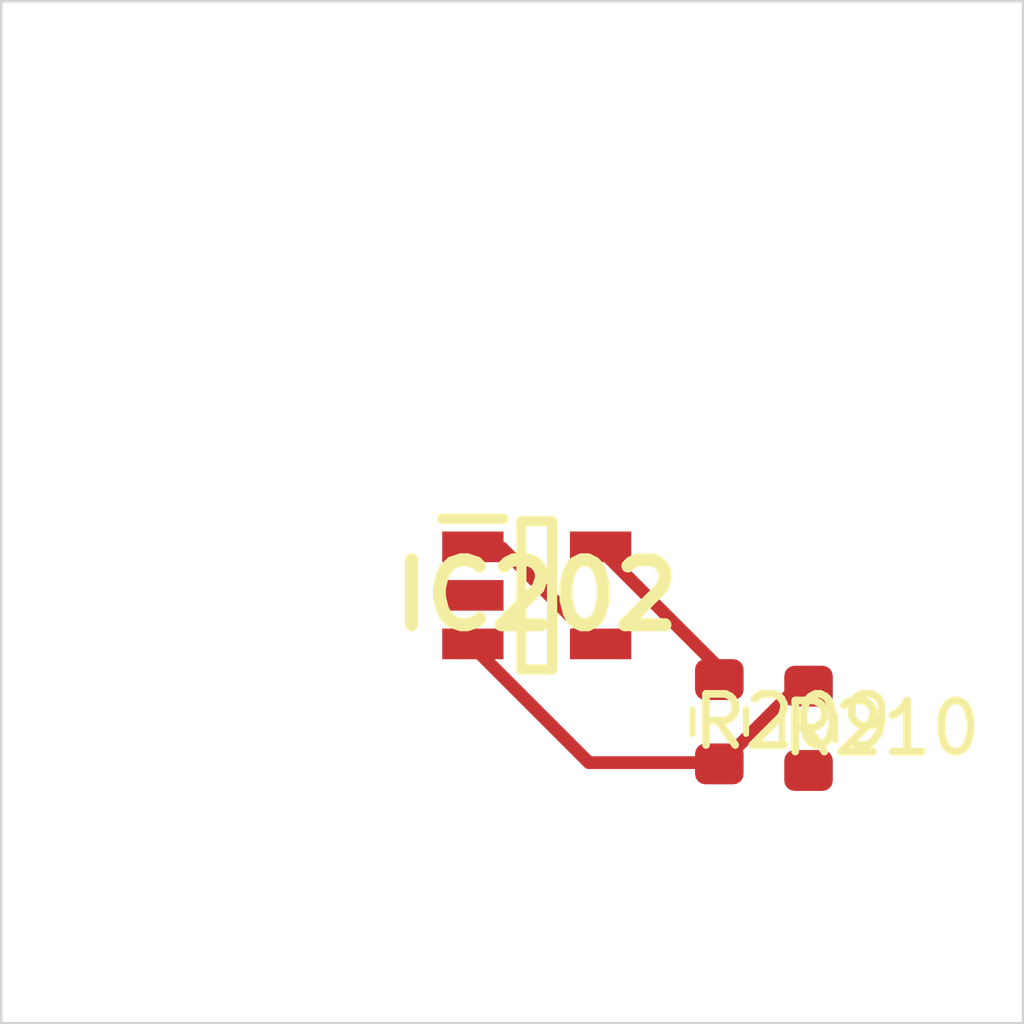
<source format=kicad_pcb>
 ( kicad_pcb  ( version 20171130 )
 ( host pcbnew 5.1.12-84ad8e8a86~92~ubuntu18.04.1 )
 ( general  ( thickness 1.6 )
 ( drawings 4 )
 ( tracks 0 )
 ( zones 0 )
 ( modules 3 )
 ( nets 5 )
)
 ( page A4 )
 ( layers  ( 0 F.Cu signal )
 ( 31 B.Cu signal )
 ( 32 B.Adhes user )
 ( 33 F.Adhes user )
 ( 34 B.Paste user )
 ( 35 F.Paste user )
 ( 36 B.SilkS user )
 ( 37 F.SilkS user )
 ( 38 B.Mask user )
 ( 39 F.Mask user )
 ( 40 Dwgs.User user )
 ( 41 Cmts.User user )
 ( 42 Eco1.User user )
 ( 43 Eco2.User user )
 ( 44 Edge.Cuts user )
 ( 45 Margin user )
 ( 46 B.CrtYd user )
 ( 47 F.CrtYd user )
 ( 48 B.Fab user )
 ( 49 F.Fab user )
)
 ( setup  ( last_trace_width 0.25 )
 ( trace_clearance 0.2 )
 ( zone_clearance 0.508 )
 ( zone_45_only no )
 ( trace_min 0.2 )
 ( via_size 0.8 )
 ( via_drill 0.4 )
 ( via_min_size 0.4 )
 ( via_min_drill 0.3 )
 ( uvia_size 0.3 )
 ( uvia_drill 0.1 )
 ( uvias_allowed no )
 ( uvia_min_size 0.2 )
 ( uvia_min_drill 0.1 )
 ( edge_width 0.05 )
 ( segment_width 0.2 )
 ( pcb_text_width 0.3 )
 ( pcb_text_size 1.5 1.5 )
 ( mod_edge_width 0.12 )
 ( mod_text_size 1 1 )
 ( mod_text_width 0.15 )
 ( pad_size 1.524 1.524 )
 ( pad_drill 0.762 )
 ( pad_to_mask_clearance 0 )
 ( aux_axis_origin 0 0 )
 ( visible_elements FFFFFF7F )
 ( pcbplotparams  ( layerselection 0x010fc_ffffffff )
 ( usegerberextensions false )
 ( usegerberattributes true )
 ( usegerberadvancedattributes true )
 ( creategerberjobfile true )
 ( excludeedgelayer true )
 ( linewidth 0.100000 )
 ( plotframeref false )
 ( viasonmask false )
 ( mode 1 )
 ( useauxorigin false )
 ( hpglpennumber 1 )
 ( hpglpenspeed 20 )
 ( hpglpendiameter 15.000000 )
 ( psnegative false )
 ( psa4output false )
 ( plotreference true )
 ( plotvalue true )
 ( plotinvisibletext false )
 ( padsonsilk false )
 ( subtractmaskfromsilk false )
 ( outputformat 1 )
 ( mirror false )
 ( drillshape 1 )
 ( scaleselection 1 )
 ( outputdirectory "" )
)
)
 ( net 0 "" )
 ( net 1 GND )
 ( net 2 VDDA )
 ( net 3 /Sheet6235D886/vp )
 ( net 4 "Net-(IC202-Pad3)" )
 ( net_class Default "This is the default net class."  ( clearance 0.2 )
 ( trace_width 0.25 )
 ( via_dia 0.8 )
 ( via_drill 0.4 )
 ( uvia_dia 0.3 )
 ( uvia_drill 0.1 )
 ( add_net /Sheet6235D886/vp )
 ( add_net GND )
 ( add_net "Net-(IC202-Pad3)" )
 ( add_net VDDA )
)
 ( module SOT95P280X145-5N locked  ( layer F.Cu )
 ( tedit 62336ED7 )
 ( tstamp 623423ED )
 ( at 90.479100 111.627000 )
 ( descr DBV0005A )
 ( tags "Integrated Circuit" )
 ( path /6235D887/6266C08E )
 ( attr smd )
 ( fp_text reference IC202  ( at 0 0 )
 ( layer F.SilkS )
 ( effects  ( font  ( size 1.27 1.27 )
 ( thickness 0.254 )
)
)
)
 ( fp_text value TL071HIDBVR  ( at 0 0 )
 ( layer F.SilkS )
hide  ( effects  ( font  ( size 1.27 1.27 )
 ( thickness 0.254 )
)
)
)
 ( fp_line  ( start -1.85 -1.5 )
 ( end -0.65 -1.5 )
 ( layer F.SilkS )
 ( width 0.2 )
)
 ( fp_line  ( start -0.3 1.45 )
 ( end -0.3 -1.45 )
 ( layer F.SilkS )
 ( width 0.2 )
)
 ( fp_line  ( start 0.3 1.45 )
 ( end -0.3 1.45 )
 ( layer F.SilkS )
 ( width 0.2 )
)
 ( fp_line  ( start 0.3 -1.45 )
 ( end 0.3 1.45 )
 ( layer F.SilkS )
 ( width 0.2 )
)
 ( fp_line  ( start -0.3 -1.45 )
 ( end 0.3 -1.45 )
 ( layer F.SilkS )
 ( width 0.2 )
)
 ( fp_line  ( start -0.8 -0.5 )
 ( end 0.15 -1.45 )
 ( layer Dwgs.User )
 ( width 0.1 )
)
 ( fp_line  ( start -0.8 1.45 )
 ( end -0.8 -1.45 )
 ( layer Dwgs.User )
 ( width 0.1 )
)
 ( fp_line  ( start 0.8 1.45 )
 ( end -0.8 1.45 )
 ( layer Dwgs.User )
 ( width 0.1 )
)
 ( fp_line  ( start 0.8 -1.45 )
 ( end 0.8 1.45 )
 ( layer Dwgs.User )
 ( width 0.1 )
)
 ( fp_line  ( start -0.8 -1.45 )
 ( end 0.8 -1.45 )
 ( layer Dwgs.User )
 ( width 0.1 )
)
 ( fp_line  ( start -2.1 1.775 )
 ( end -2.1 -1.775 )
 ( layer Dwgs.User )
 ( width 0.05 )
)
 ( fp_line  ( start 2.1 1.775 )
 ( end -2.1 1.775 )
 ( layer Dwgs.User )
 ( width 0.05 )
)
 ( fp_line  ( start 2.1 -1.775 )
 ( end 2.1 1.775 )
 ( layer Dwgs.User )
 ( width 0.05 )
)
 ( fp_line  ( start -2.1 -1.775 )
 ( end 2.1 -1.775 )
 ( layer Dwgs.User )
 ( width 0.05 )
)
 ( pad 1 smd rect  ( at -1.25 -0.95 90.000000 )
 ( size 0.6 1.2 )
 ( layers F.Cu F.Mask F.Paste )
 ( net 3 /Sheet6235D886/vp )
)
 ( pad 2 smd rect  ( at -1.25 0 90.000000 )
 ( size 0.6 1.2 )
 ( layers F.Cu F.Mask F.Paste )
 ( net 1 GND )
)
 ( pad 3 smd rect  ( at -1.25 0.95 90.000000 )
 ( size 0.6 1.2 )
 ( layers F.Cu F.Mask F.Paste )
 ( net 4 "Net-(IC202-Pad3)" )
)
 ( pad 4 smd rect  ( at 1.25 0.95 90.000000 )
 ( size 0.6 1.2 )
 ( layers F.Cu F.Mask F.Paste )
 ( net 3 /Sheet6235D886/vp )
)
 ( pad 5 smd rect  ( at 1.25 -0.95 90.000000 )
 ( size 0.6 1.2 )
 ( layers F.Cu F.Mask F.Paste )
 ( net 2 VDDA )
)
)
 ( module Resistor_SMD:R_0603_1608Metric  ( layer F.Cu )
 ( tedit 5F68FEEE )
 ( tstamp 62342595 )
 ( at 94.052600 114.100000 270.000000 )
 ( descr "Resistor SMD 0603 (1608 Metric), square (rectangular) end terminal, IPC_7351 nominal, (Body size source: IPC-SM-782 page 72, https://www.pcb-3d.com/wordpress/wp-content/uploads/ipc-sm-782a_amendment_1_and_2.pdf), generated with kicad-footprint-generator" )
 ( tags resistor )
 ( path /6235D887/623CDBD9 )
 ( attr smd )
 ( fp_text reference R209  ( at 0 -1.43 )
 ( layer F.SilkS )
 ( effects  ( font  ( size 1 1 )
 ( thickness 0.15 )
)
)
)
 ( fp_text value 100k  ( at 0 1.43 )
 ( layer F.Fab )
 ( effects  ( font  ( size 1 1 )
 ( thickness 0.15 )
)
)
)
 ( fp_line  ( start -0.8 0.4125 )
 ( end -0.8 -0.4125 )
 ( layer F.Fab )
 ( width 0.1 )
)
 ( fp_line  ( start -0.8 -0.4125 )
 ( end 0.8 -0.4125 )
 ( layer F.Fab )
 ( width 0.1 )
)
 ( fp_line  ( start 0.8 -0.4125 )
 ( end 0.8 0.4125 )
 ( layer F.Fab )
 ( width 0.1 )
)
 ( fp_line  ( start 0.8 0.4125 )
 ( end -0.8 0.4125 )
 ( layer F.Fab )
 ( width 0.1 )
)
 ( fp_line  ( start -0.237258 -0.5225 )
 ( end 0.237258 -0.5225 )
 ( layer F.SilkS )
 ( width 0.12 )
)
 ( fp_line  ( start -0.237258 0.5225 )
 ( end 0.237258 0.5225 )
 ( layer F.SilkS )
 ( width 0.12 )
)
 ( fp_line  ( start -1.48 0.73 )
 ( end -1.48 -0.73 )
 ( layer F.CrtYd )
 ( width 0.05 )
)
 ( fp_line  ( start -1.48 -0.73 )
 ( end 1.48 -0.73 )
 ( layer F.CrtYd )
 ( width 0.05 )
)
 ( fp_line  ( start 1.48 -0.73 )
 ( end 1.48 0.73 )
 ( layer F.CrtYd )
 ( width 0.05 )
)
 ( fp_line  ( start 1.48 0.73 )
 ( end -1.48 0.73 )
 ( layer F.CrtYd )
 ( width 0.05 )
)
 ( fp_text user %R  ( at 0 0 )
 ( layer F.Fab )
 ( effects  ( font  ( size 0.4 0.4 )
 ( thickness 0.06 )
)
)
)
 ( pad 1 smd roundrect  ( at -0.825 0 270.000000 )
 ( size 0.8 0.95 )
 ( layers F.Cu F.Mask F.Paste )
 ( roundrect_rratio 0.25 )
 ( net 2 VDDA )
)
 ( pad 2 smd roundrect  ( at 0.825 0 270.000000 )
 ( size 0.8 0.95 )
 ( layers F.Cu F.Mask F.Paste )
 ( roundrect_rratio 0.25 )
 ( net 4 "Net-(IC202-Pad3)" )
)
 ( model ${KISYS3DMOD}/Resistor_SMD.3dshapes/R_0603_1608Metric.wrl  ( at  ( xyz 0 0 0 )
)
 ( scale  ( xyz 1 1 1 )
)
 ( rotate  ( xyz 0 0 0 )
)
)
)
 ( module Resistor_SMD:R_0603_1608Metric  ( layer F.Cu )
 ( tedit 5F68FEEE )
 ( tstamp 623425A6 )
 ( at 95.798600 114.229000 270.000000 )
 ( descr "Resistor SMD 0603 (1608 Metric), square (rectangular) end terminal, IPC_7351 nominal, (Body size source: IPC-SM-782 page 72, https://www.pcb-3d.com/wordpress/wp-content/uploads/ipc-sm-782a_amendment_1_and_2.pdf), generated with kicad-footprint-generator" )
 ( tags resistor )
 ( path /6235D887/623CDBDF )
 ( attr smd )
 ( fp_text reference R210  ( at 0 -1.43 )
 ( layer F.SilkS )
 ( effects  ( font  ( size 1 1 )
 ( thickness 0.15 )
)
)
)
 ( fp_text value 100k  ( at 0 1.43 )
 ( layer F.Fab )
 ( effects  ( font  ( size 1 1 )
 ( thickness 0.15 )
)
)
)
 ( fp_line  ( start 1.48 0.73 )
 ( end -1.48 0.73 )
 ( layer F.CrtYd )
 ( width 0.05 )
)
 ( fp_line  ( start 1.48 -0.73 )
 ( end 1.48 0.73 )
 ( layer F.CrtYd )
 ( width 0.05 )
)
 ( fp_line  ( start -1.48 -0.73 )
 ( end 1.48 -0.73 )
 ( layer F.CrtYd )
 ( width 0.05 )
)
 ( fp_line  ( start -1.48 0.73 )
 ( end -1.48 -0.73 )
 ( layer F.CrtYd )
 ( width 0.05 )
)
 ( fp_line  ( start -0.237258 0.5225 )
 ( end 0.237258 0.5225 )
 ( layer F.SilkS )
 ( width 0.12 )
)
 ( fp_line  ( start -0.237258 -0.5225 )
 ( end 0.237258 -0.5225 )
 ( layer F.SilkS )
 ( width 0.12 )
)
 ( fp_line  ( start 0.8 0.4125 )
 ( end -0.8 0.4125 )
 ( layer F.Fab )
 ( width 0.1 )
)
 ( fp_line  ( start 0.8 -0.4125 )
 ( end 0.8 0.4125 )
 ( layer F.Fab )
 ( width 0.1 )
)
 ( fp_line  ( start -0.8 -0.4125 )
 ( end 0.8 -0.4125 )
 ( layer F.Fab )
 ( width 0.1 )
)
 ( fp_line  ( start -0.8 0.4125 )
 ( end -0.8 -0.4125 )
 ( layer F.Fab )
 ( width 0.1 )
)
 ( fp_text user %R  ( at 0 0 )
 ( layer F.Fab )
 ( effects  ( font  ( size 0.4 0.4 )
 ( thickness 0.06 )
)
)
)
 ( pad 2 smd roundrect  ( at 0.825 0 270.000000 )
 ( size 0.8 0.95 )
 ( layers F.Cu F.Mask F.Paste )
 ( roundrect_rratio 0.25 )
 ( net 1 GND )
)
 ( pad 1 smd roundrect  ( at -0.825 0 270.000000 )
 ( size 0.8 0.95 )
 ( layers F.Cu F.Mask F.Paste )
 ( roundrect_rratio 0.25 )
 ( net 4 "Net-(IC202-Pad3)" )
)
 ( model ${KISYS3DMOD}/Resistor_SMD.3dshapes/R_0603_1608Metric.wrl  ( at  ( xyz 0 0 0 )
)
 ( scale  ( xyz 1 1 1 )
)
 ( rotate  ( xyz 0 0 0 )
)
)
)
 ( gr_line  ( start 100 100 )
 ( end 100 120 )
 ( layer Edge.Cuts )
 ( width 0.05 )
 ( tstamp 62E770C4 )
)
 ( gr_line  ( start 80 120 )
 ( end 100 120 )
 ( layer Edge.Cuts )
 ( width 0.05 )
 ( tstamp 62E770C0 )
)
 ( gr_line  ( start 80 100 )
 ( end 100 100 )
 ( layer Edge.Cuts )
 ( width 0.05 )
 ( tstamp 6234110C )
)
 ( gr_line  ( start 80 100 )
 ( end 80 120 )
 ( layer Edge.Cuts )
 ( width 0.05 )
)
 ( segment  ( start 94.100001 113.300002 )
 ( end 94.100001 113.100002 )
 ( width 0.250000 )
 ( layer F.Cu )
 ( net 2 )
)
 ( segment  ( start 94.100001 113.100002 )
 ( end 91.700001 110.700002 )
 ( width 0.250000 )
 ( layer F.Cu )
 ( net 2 )
)
 ( segment  ( start 91.700001 112.600002 )
 ( end 89.800001 110.700002 )
 ( width 0.250000 )
 ( layer F.Cu )
 ( net 3 )
)
 ( segment  ( start 89.800001 110.700002 )
 ( end 89.200001 110.700002 )
 ( width 0.250000 )
 ( layer F.Cu )
 ( net 3 )
)
 ( segment  ( start 94.100001 114.900002 )
 ( end 91.500001 114.900002 )
 ( width 0.250000 )
 ( layer F.Cu )
 ( net 4 )
)
 ( segment  ( start 91.500001 114.900002 )
 ( end 89.200001 112.600002 )
 ( width 0.250000 )
 ( layer F.Cu )
 ( net 4 )
)
 ( segment  ( start 95.800001 113.400002 )
 ( end 95.600001 113.400002 )
 ( width 0.250000 )
 ( layer F.Cu )
 ( net 4 )
)
 ( segment  ( start 95.600001 113.400002 )
 ( end 94.100001 114.900002 )
 ( width 0.250000 )
 ( layer F.Cu )
 ( net 4 )
)
)

</source>
